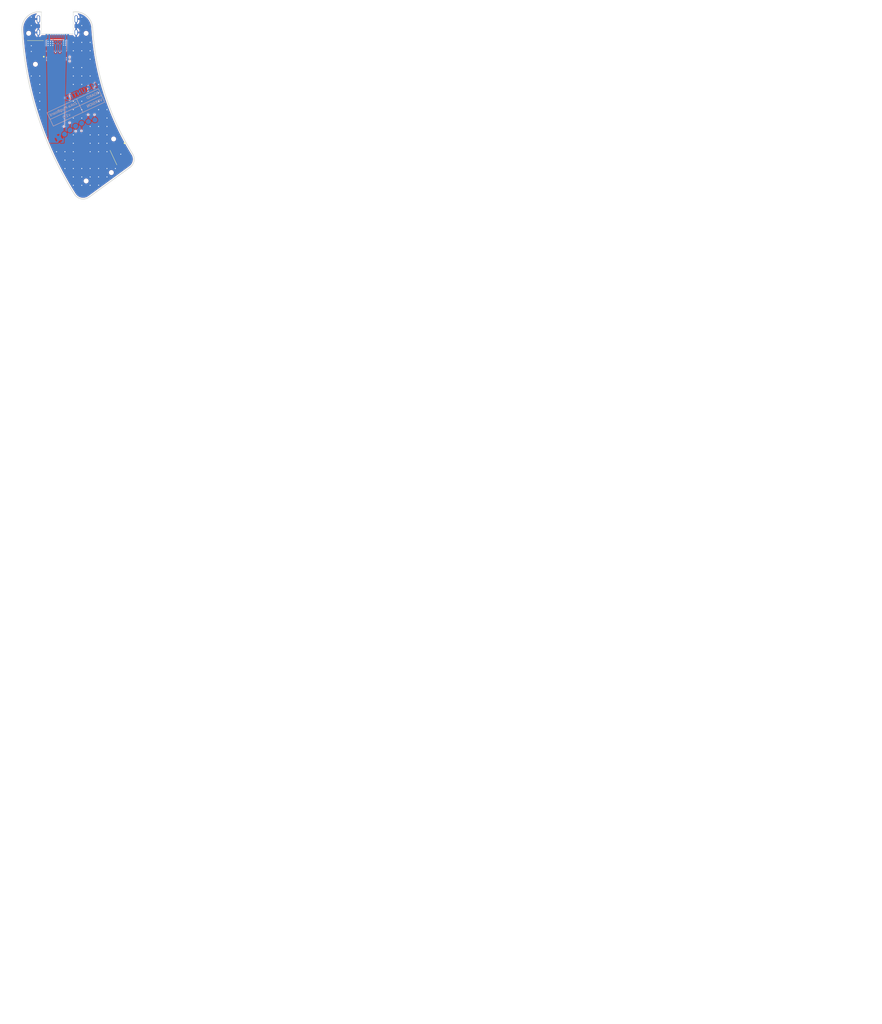
<source format=kicad_pcb>
(kicad_pcb (version 20221018) (generator pcbnew)
  (layers (0 "F.Cu" signal) (1 "In1.Cu" power) (2 "In2.Cu" power) (31 "B.Cu" signal) (34 "B.Paste" user) (35 "F.Paste" user) (36 "B.SilkS" user "B.Silkscreen") (37 "F.SilkS" user "F.Silkscreen") (38 "B.Mask" user) (39 "F.Mask" user) (44 "Edge.Cuts" user))
  (property "Author" "Julien CARAYON")
  (property "Company" "Mounted")
  (property "Date" "11/2023")
  (property "PCB name" "Zoka-PlugBoard")
  (property "Version" "v1.0")
  (net 0 "")
  (net 1 "Net-(J101-Pad1)")
  (net 3 "/CC1")
  (net 4 "/BUTTON2_HMI_BOARD")
  (net 5 "/BUTTON1_HMI_BOARD")
  (net 6 "/ENCODER_S1_HMI_BOARD")
  (net 8 "/ENCODER_B_HMI_BOARD")
  (net 9 "/ENCODER_A_HMI_BOARD")
  (net 10 "/ENCODER_S2_HMI_BOARD")
  (net 11 "VBUS")
  (net 13 "GND")
  (net 15 "/CC2")
  (footprint ".mounted-lib:MountingHole_1.2mm_M1" (layer "F.Cu") (at 151.859069 37.365176)
    (fp_text reference "H103" hide)
    (fp_text value "H_MOUNTING_HOLE_M1")
    (pad "" np_thru_hole circle (at 0 0) (size 1.2 1.2) (drill 1.2) (layers "F&B.Cu" "*.Mask"))
  )
  (footprint ".mounted-lib:MountingHole_1.2mm_M1" (layer "F.Cu") (at 174.443827 69.56587 56.6)
    (fp_text reference "H104" hide)
    (fp_text value "H_MOUNTING_HOLE_M1")
    (pad "" np_thru_hole circle (at 0 0 56.6) (size 1.2 1.2) (drill 1.2) (layers "F&B.Cu" "*.Mask"))
  )
  (footprint ".mounted-lib:MountingHole_1.2mm_M1" (layer "F.Cu") (at 166.9408 28.16587 33.1)
    (fp_text reference "H105" hide)
    (fp_text value "H_MOUNTING_HOLE_M1")
    (pad "" np_thru_hole circle (at 0 0 33.1) (size 1.2 1.2) (drill 1.2) (layers "F&B.Cu" "*.Mask"))
  )
  (footprint ".mounted-lib:MountingHole_1.2mm_M1" (layer "F.Cu") (at 175.128718 59.575688 56.6)
    (fp_text reference "H101" hide)
    (fp_text value "H_MOUNTING_HOLE_M1")
    (pad "" np_thru_hole circle (at 0 0 56.6) (size 1.2 1.2) (drill 1.2) (layers "F&B.Cu" "*.Mask"))
  )
  (footprint ".mounted-lib:J_788641001" (layer "F.Cu") (at 177.24181 64.107227 -65)
    (fp_text reference "J101" hide)
    (fp_text value "J_0788641001" hide)
    (fp_line (start -2.4 2.4) (end 2.4 2.4) (stroke (width 0.12)) (layer "F.SilkS"))
    (fp_circle (center -2.5 -2.4) (end -2.3 -2.4) (stroke (width 0.1)) (fill solid) (layer "F.SilkS"))
    (pad "1" smd roundrect locked (at -2.1 -1.6 25) (size 0.7 0.8) (layers "F.Cu" "F.Paste" "F.Mask") (roundrect_rratio 0.1) (net 1 "Net-(J101-Pad1)"))
    (pad "2" smd roundrect locked (at -2.1 0 25) (size 0.7 0.8) (layers "F.Cu" "F.Paste" "F.Mask") (roundrect_rratio 0.1))
    (pad "3" smd roundrect locked (at -2.1 1.6 25) (size 0.7 0.8) (layers "F.Cu" "F.Paste" "F.Mask") (roundrect_rratio 0.1) (net 13 "GND"))
    (pad "4" smd roundrect locked (at 2.1 1.6 25) (size 0.7 0.8) (layers "F.Cu" "F.Paste" "F.Mask") (roundrect_rratio 0.1) (net 4 "/BUTTON2_HMI_BOARD"))
    (pad "5" smd roundrect locked (at 2.1 0 25) (size 0.7 0.8) (layers "F.Cu" "F.Paste" "F.Mask") (roundrect_rratio 0.1) (net 5 "/BUTTON1_HMI_BOARD"))
    (pad "6" smd roundrect locked (at 2.1 -1.6 25) (size 0.7 0.8) (layers "F.Cu" "F.Paste" "F.Mask") (roundrect_rratio 0.1) (net 1 "Net-(J101-Pad1)"))
  )
  (footprint ".mounted-lib:MountingHole_1.2mm_M1" (layer "F.Cu") (at 149.859068 28.165177)
    (fp_text reference "H102" hide)
    (fp_text value "H_MOUNTING_HOLE_M1")
    (pad "" np_thru_hole circle (at 0 0) (size 1.2 1.2) (drill 1.2) (layers "F&B.Cu" "*.Mask"))
  )
  (footprint ".mounted-lib:J_788641001" (layer "F.Cu") (at 151.843774 32.721315 180)
    (fp_text reference "J102" hide)
    (fp_text value "J_0788641001" hide)
    (fp_line (start -2.4 2.4) (end 2.4 2.4) (stroke (width 0.12)) (layer "F.SilkS"))
    (fp_circle (center -2.5 -2.4) (end -2.3 -2.4) (stroke (width 0.1)) (fill solid) (layer "F.SilkS"))
    (pad "1" smd roundrect locked (at -2.1 -1.6 270) (size 0.7 0.8) (layers "F.Cu" "F.Paste" "F.Mask") (roundrect_rratio 0.1) (net 6 "/ENCODER_S1_HMI_BOARD"))
    (pad "2" smd roundrect locked (at -2.1 0 270) (size 0.7 0.8) (layers "F.Cu" "F.Paste" "F.Mask") (roundrect_rratio 0.1) (net 11 "VBUS"))
    (pad "3" smd roundrect locked (at -2.1 1.6 270) (size 0.7 0.8) (layers "F.Cu" "F.Paste" "F.Mask") (roundrect_rratio 0.1) (net 13 "GND"))
    (pad "4" smd roundrect locked (at 2.1 1.6 270) (size 0.7 0.8) (layers "F.Cu" "F.Paste" "F.Mask") (roundrect_rratio 0.1) (net 8 "/ENCODER_B_HMI_BOARD"))
    (pad "5" smd roundrect locked (at 2.1 0 270) (size 0.7 0.8) (layers "F.Cu" "F.Paste" "F.Mask") (roundrect_rratio 0.1) (net 9 "/ENCODER_A_HMI_BOARD"))
    (pad "6" smd roundrect locked (at 2.1 -1.6 270) (size 0.7 0.8) (layers "F.Cu" "F.Paste" "F.Mask") (roundrect_rratio 0.1) (net 10 "/ENCODER_S2_HMI_BOARD"))
  )
  (footprint ".mounted-lib:MountingHole_1.2mm_M1" (layer "F.Cu") (at 166.943827 72.06587 25)
    (fp_text reference "H108" hide)
    (fp_text value "H_MOUNTING_HOLE_M1")
    (pad "" np_thru_hole circle (at 0 0 25) (size 1.2 1.2) (drill 1.2) (layers "F&B.Cu" "*.Mask"))
  )
  (footprint ".mounted-lib:TESTPOINT_1.5MM" (layer "B.Cu") (at 163.797801 55.744854 180)
    (fp_text reference "TP105" hide)
    (fp_text value "TESTPOINT_1.5MM" hide)
    (pad "1" smd circle (at 0 0 180) (size 1.5 1.5) (layers "B.Cu" "B.Mask") (net 4 "/BUTTON2_HMI_BOARD"))
  )
  (footprint ".mounted-lib:R_0402_1005Metric" (layer "B.Cu") (at 157.843827 31.265177 -90)
    (fp_text reference "R101" hide)
    (fp_text value "R_0603_5.23k_1%_0.1W")
    (fp_line (start -0.153641 -0.38) (end 0.153641 -0.38) (stroke (width 0.12)) (layer "B.SilkS"))
    (fp_line (start -0.153641 0.38) (end 0.153641 0.38) (stroke (width 0.12)) (layer "B.SilkS"))
    (pad "1" smd roundrect (at -0.51 0 270) (size 0.54 0.64) (layers "B.Cu" "B.Paste" "B.Mask") (net 3 "/CC1"))
    (pad "2" smd roundrect (at 0.51 0 270) (size 0.54 0.64) (layers "B.Cu" "B.Paste" "B.Mask") (net 13 "GND"))
  )
  (footprint ".mounted-lib:TESTPOINT_1.5MM" (layer "B.Cu") (at 160.510664 58.160373 180)
    (fp_text reference "TP104" hide)
    (fp_text value "TESTPOINT_1.5MM" hide)
    (pad "1" smd circle (at 0 0 180) (size 1.5 1.5) (layers "B.Cu" "B.Mask") (net 10 "/ENCODER_S2_HMI_BOARD"))
  )
  (footprint ".mounted-lib:R_0402_1005Metric" (layer "B.Cu") (at 159.143827 31.265176 -90)
    (fp_text reference "R102" hide)
    (fp_text value "R_0603_5.23k_1%_0.1W")
    (fp_line (start -0.153641 -0.38) (end 0.153641 -0.38) (stroke (width 0.12)) (layer "B.SilkS"))
    (fp_line (start -0.153641 0.38) (end 0.153641 0.38) (stroke (width 0.12)) (layer "B.SilkS"))
    (pad "1" smd roundrect (at -0.51 0 270) (size 0.54 0.64) (layers "B.Cu" "B.Paste" "B.Mask") (net 15 "/CC2"))
    (pad "2" smd roundrect (at 0.51 0 270) (size 0.54 0.64) (layers "B.Cu" "B.Paste" "B.Mask") (net 13 "GND"))
  )
  (footprint ".mounted-lib:mounted_logo" (layer "B.Cu") (at 165.343827 45.56587 -155)
    (fp_text reference "LOGO101" hide)
    (fp_text value "mounted_logo" hide)
    (fp_poly (pts (xy 2.461178 0.60323) (xy 2.461178 0.450412) (xy 2.268144 0.450412) (xy 2.075111 0.450412) (xy 2.075111 -0.160861) (xy 2.075111 -0.772134) (xy 1.930336 -0.772134) (xy 1.785561 -0.772134) (xy 1.785561 -0.160861) (xy 1.785561 0.450412) (xy 1.592527 0.450412) (xy 1.399493 0.450412) (xy 1.399493 0.60323) (xy 1.399493 0.756048) (xy 1.930336 0.756048) (xy 2.461178 0.756048)) (fill solid) (layer "B.Cu"))
    (fp_poly (pts (xy 3.458518 0.60323) (xy 3.458518 0.450412) (xy 3.233312 0.450412) (xy 3.008106 0.450412) (xy 3.008106 0.297594) (xy 3.008106 0.144775) (xy 3.209183 0.144775) (xy 3.41026 0.144775) (xy 3.41026 -0.008043) (xy 3.41026 -0.160861) (xy 3.209183 -0.160861) (xy 3.008106 -0.160861) (xy 3.008106 -0.313679) (xy 3.008106 -0.466498) (xy 3.249398 -0.466498) (xy 3.49069 -0.466498) (xy 3.49069 -0.619316) (xy 3.49069 -0.772134) (xy 3.09658 -0.772134) (xy 2.70247 -0.772134) (xy 2.70247 -0.008043) (xy 2.70247 0.756048) (xy 3.080494 0.756048) (xy 3.458518 0.756048)) (fill solid) (layer "B.Cu"))
    (fp_poly (pts (xy 0.069432 0.783578) (xy 0.091155 0.768302) (xy 0.121973 0.740372) (xy 0.163804 0.697763) (xy 0.218566 0.638455) (xy 0.288177 0.560426) (xy 0.374555 0.461652) (xy 0.477147 0.342979) (xy 0.860608 -0.102263) (xy 0.864892 0.326893) (xy 0.869177 0.756048) (xy 1.021732 0.756048) (xy 1.174288 0.756048) (xy 1.174288 -0.024129) (xy 1.174288 -0.804306) (xy 1.137765 -0.804306) (xy 1.121758 -0.797956) (xy 1.095258 -0.777776) (xy 1.056601 -0.742077) (xy 1.004123 -0.689166) (xy 0.936159 -0.617352) (xy 0.851045 -0.524945) (xy 0.747119 -0.410252) (xy 0.715504 -0.375119) (xy 0.329766 0.054069) (xy 0.325473 -0.359032) (xy 0.32118 -0.772134) (xy 0.168633 -0.772134) (xy 0.016086 -0.772134) (xy 0.016086 0.008043) (xy 0.016086 0.78822) (xy 0.054886 0.78822)) (fill solid) (layer "B.Cu"))
    (fp_poly (pts (xy -3.603293 0) (xy -3.603293 -0.772134) (xy -3.756111 -0.772134) (xy -3.90893 -0.772134) (xy -3.90893 -0.347301) (xy -3.90893 0.077531) (xy -4.105985 -0.123488) (xy -4.30304 -0.324506) (xy -4.499444 -0.118016) (xy -4.695849 0.088474) (xy -4.696499 -0.34183) (xy -4.69715 -0.772134) (xy -4.849968 -0.772134) (xy -5.002786 -0.772134) (xy -5.002786 0) (xy -5.002786 0.772134) (xy -4.950507 0.771793) (xy -4.933336 0.769907) (xy -4.914804 0.762728) (xy -4.892141 0.747632) (xy -4.862578 0.721996) (xy -4.823345 0.683195) (xy -4.771674 0.628606) (xy -4.704795 0.555605) (xy -4.619939 0.461568) (xy -4.601979 0.441579) (xy -4.524249 0.355596) (xy -4.453376 0.278286) (xy -4.392209 0.212669) (xy -4.343594 0.161764) (xy -4.31038 0.128591) (xy -4.295415 0.116168) (xy -4.295048 0.116176) (xy -4.281878 0.128852) (xy -4.25012 0.162353) (xy -4.202656 0.213547) (xy -4.142373 0.279303) (xy -4.072154 0.356489) (xy -3.994885 0.441973) (xy -3.990905 0.44639) (xy -3.901889 0.54478) (xy -3.831362 0.621531) (xy -3.776631 0.679222) (xy -3.735001 0.720429) (xy -3.703779 0.747728) (xy -3.680271 0.763697) (xy -3.661783 0.770912) (xy -3.650369 0.772134) (xy -3.603293 0.772134)) (fill solid) (layer "B.Cu"))
    (fp_poly (pts (xy 4.04164 0.755769) (xy 4.192494 0.75303) (xy 4.317273 0.744566) (xy 4.421708 0.729478) (xy 4.511534 0.706866) (xy 4.592482 0.675831) (xy 4.613234 0.666049) (xy 4.719388 0.597173) (xy 4.813708 0.50264) (xy 4.892456 0.387932) (xy 4.951894 0.25853) (xy 4.988282 0.119915) (xy 4.989089 0.114982) (xy 4.99793 -0.029146) (xy 4.980197 -0.172284) (xy 4.93825 -0.30946) (xy 4.874446 -0.4357) (xy 4.791144 -0.546031) (xy 4.690703 -0.635478) (xy 4.610466 -0.68349) (xy 4.531199 -0.716583) (xy 4.443701 -0.741082) (xy 4.342372 -0.757856) (xy 4.221617 -0.767775) (xy 4.075839 -0.771708) (xy 4.04164 -0.771855) (xy 3.780241 -0.772134) (xy 3.780241 -0.008043) (xy 3.780241 0.454249) (xy 4.085877 0.454249) (xy 4.085877 -0.008043) (xy 4.085877 -0.470335) (xy 4.234674 -0.463351) (xy 4.322959 -0.456684) (xy 4.388171 -0.445182) (xy 4.439257 -0.427119) (xy 4.450108 -0.421772) (xy 4.540496 -0.357349) (xy 4.610487 -0.270545) (xy 4.657691 -0.165642) (xy 4.67972 -0.046918) (xy 4.681064 -0.008043) (xy 4.667753 0.117403) (xy 4.627399 0.226312) (xy 4.573903 0.304316) (xy 4.513781 0.364468) (xy 4.449184 0.40569) (xy 4.372108 0.431353) (xy 4.274549 0.44483) (xy 4.234674 0.447265) (xy 4.085877 0.454249) (xy 3.780241 0.454249) (xy 3.780241 0.756048)) (fill solid) (layer "B.Cu"))
    (fp_poly (pts (xy -1.125969 0.221184) (xy -1.125865 0.075344) (xy -1.125459 -0.04188) (xy -1.124553 -0.134042) (xy -1.122952 -0.204698) (xy -1.120459 -0.257403) (xy -1.116878 -0.295713) (xy -1.112011 -0.323183) (xy -1.105663 -0.343368) (xy -1.097637 -0.359823) (xy -1.093464 -0.366895) (xy -1.049302 -0.41449) (xy -0.985672 -0.453702) (xy -0.915239 -0.477812) (xy -0.876081 -0.482231) (xy -0.810624 -0.470536) (xy -0.743454 -0.439216) (xy -0.686529 -0.395227) (xy -0.655535 -0.353895) (xy -0.647736 -0.335466) (xy -0.641508 -0.312393) (xy -0.636678 -0.2811) (xy -0.633073 -0.238012) (xy -0.630522 -0.179552) (xy -0.628851 -0.102146) (xy -0.627887 -0.002217) (xy -0.627458 0.12381) (xy -0.627384 0.229227) (xy -0.627359 0.756048) (xy -0.473425 0.756048) (xy -0.319491 0.756048) (xy -0.325048 0.197055) (xy -0.326763 0.038599) (xy -0.32878 -0.091367) (xy -0.331595 -0.196523) (xy -0.335706 -0.280549) (xy -0.341608 -0.347126) (xy -0.349798 -0.399936) (xy -0.360773 -0.442658) (xy -0.375028 -0.478975) (xy -0.39306 -0.512565) (xy -0.415366 -0.547111) (xy -0.427861 -0.565293) (xy -0.502437 -0.646126) (xy -0.599157 -0.71008) (xy -0.711413 -0.754714) (xy -0.832598 -0.777588) (xy -0.956106 -0.77626) (xy -0.986876 -0.771807) (xy -1.104452 -0.737131) (xy -1.211287 -0.678164) (xy -1.301587 -0.599442) (xy -1.369559 -0.505496) (xy -1.393624 -0.453541) (xy -1.401408 -0.429917) (xy -1.407768 -0.401704) (xy -1.412892 -0.365371) (xy -1.41697 -0.31739) (xy -1.420189 -0.254232) (xy -1.422739 -0.172366) (xy -1.424807 -0.068265) (xy -1.426582 0.061602) (xy -1.427943 0.189012) (xy -1.433543 0.756048) (xy -1.279786 0.756048) (xy -1.126029 0.756048)) (fill solid) (layer "B.Cu"))
    (fp_poly (pts (xy -2.383549 0.742996) (xy -2.23438 0.692604) (xy -2.096077 0.616635) (xy -1.996133 0.537649) (xy -1.948468 0.489597) (xy -1.90023 0.434474) (xy -1.8566 0.379031) (xy -1.822755 0.330022) (xy -1.803878 0.294199) (xy -1.801647 0.284121) (xy -1.816957 0.280985) (xy -1.859785 0.278215) (xy -1.925478 0.275954) (xy -2.009383 0.274345) (xy -2.106846 0.273534) (xy -2.146183 0.273464) (xy -2.2495 0.273023) (xy -2.342843 0.271791) (xy -2.421087 0.269901) (xy -2.47911 0.267491) (xy -2.51179 0.264694) (xy -2.516164 0.2637) (xy -2.528264 0.253434) (xy -2.535938 0.229982) (xy -2.540071 0.18755) (xy -2.54155 0.120344) (xy -2.541609 0.097175) (xy -2.539741 0.017429) (xy -2.531937 -0.047393) (xy -2.514891 -0.100522) (xy -2.485298 -0.145189) (xy -2.439855 -0.184627) (xy -2.375257 -0.222066) (xy -2.2882 -0.260737) (xy -2.175379 -0.303873) (xy -2.105796 -0.329011) (xy -2.01614 -0.361399) (xy -1.934292 -0.391602) (xy -1.86625 -0.417356) (xy -1.818016 -0.436398) (xy -1.798352 -0.444962) (xy -1.771297 -0.460537) (xy -1.76284 -0.477961) (xy -1.769934 -0.508966) (xy -1.776664 -0.528422) (xy -1.807625 -0.604915) (xy -1.843083 -0.674759) (xy -1.879358 -0.732213) (xy -1.912769 -0.771536) (xy -1.939636 -0.786988) (xy -1.9424 -0.78695) (xy -1.964804 -0.781166) (xy -2.002012 -0.768992) (xy -2.002723 -0.768743) (xy -2.048819 -0.751996) (xy -2.116575 -0.726612) (xy -2.202066 -0.694123) (xy -2.301366 -0.65606) (xy -2.410549 -0.613954) (xy -2.525689 -0.569338) (xy -2.642859 -0.523741) (xy -2.758135 -0.478697) (xy -2.86759 -0.435735) (xy -2.967298 -0.396388) (xy -3.053334 -0.362187) (xy -3.12177 -0.334664) (xy -3.168682 -0.31535) (xy -3.190143 -0.305775) (xy -3.190973 -0.305231) (xy -3.205472 -0.277917) (xy -3.221051 -0.226338) (xy -3.236241 -0.158302) (xy -3.249569 -0.081615) (xy -3.259565 -0.004084) (xy -3.264758 0.066485) (xy -3.265168 0.088474) (xy -3.254587 0.237002) (xy -3.221905 0.364848) (xy -3.165471 0.476166) (xy -3.083631 0.575111) (xy -3.06434 0.593532) (xy -2.960042 0.670903) (xy -2.838487 0.7253) (xy -2.695454 0.758594) (xy -2.690377 0.759346) (xy -2.537557 0.765885)) (fill solid) (layer "B.Cu"))
  )
  (footprint ".mounted-lib:TESTPOINT_1.5MM" (layer "B.Cu") (at 158.867096 59.368133 -155)
    (fp_text reference "TP108" hide)
    (fp_text value "TESTPOINT_1.5MM" hide)
    (pad "1" smd circle (at 0 0 205) (size 1.5 1.5) (layers "B.Cu" "B.Mask") (net 11 "VBUS"))
  )
  (footprint ".mounted-lib:TESTPOINT_1.5MM" (layer "B.Cu") (at 162.154233 56.952613 180)
    (fp_text reference "TP103" hide)
    (fp_text value "TESTPOINT_1.5MM" hide)
    (pad "1" smd circle (at 0 0 180) (size 1.5 1.5) (layers "B.Cu" "B.Mask") (net 6 "/ENCODER_S1_HMI_BOARD"))
  )
  (footprint ".mounted-lib:TESTPOINT_1.5MM" (layer "B.Cu") (at 165.610416 54.899617 180)
    (fp_text reference "TP106" hide)
    (fp_text value "TESTPOINT_1.5MM" hide)
    (pad "1" smd circle (at 0 0 180) (size 1.5 1.5) (layers "B.Cu" "B.Mask") (net 5 "/BUTTON1_HMI_BOARD"))
  )
  (footprint ".mounted-lib:Cartouche_IO" (layer "B.Cu") (at 165.043827 49.66587 -155)
    (fp_text reference "CART101" hide)
    (fp_text value "Cartouche_IO" hide)
    (fp_text user "${PCB name}" (at 4.85 1.1 -335 unlocked) (layer "B.SilkS") (effects (font (size 0.8 0.8)) (justify mirror)))
    (fp_text user "VERSION" (at -6.8 -1.2 25) (layer "B.SilkS") (effects (font (size 0.8 0.8)) (justify left mirror)))
    (fp_text user "BOARD" (at -6.8 1.1 25) (layer "B.SilkS") (effects (font (size 0.8 0.8)) (justify left mirror)))
    (fp_text user "${Version}" (at 4.85 -1.2 -335 unlocked) (layer "B.SilkS") (effects (font (size 0.8 0.8)) (justify mirror)))
    (fp_line (start -7.15 -2.2) (end -7.15 2.2) (stroke (width 0.12)) (layer "B.SilkS"))
    (fp_line (start 0 -2.2) (end 0 2.2) (stroke (width 0.12)) (layer "B.SilkS"))
    (fp_line (start 9.7 -2.2) (end -7.15 -2.2) (stroke (width 0.12)) (layer "B.SilkS"))
    (fp_line (start 9.7 -2.2) (end 9.7 2.2) (stroke (width 0.12)) (layer "B.SilkS"))
    (fp_line (start 9.7 0) (end -7.15 0) (stroke (width 0.12)) (layer "B.SilkS"))
    (fp_line (start 9.7 2.2) (end -7.15 2.2) (stroke (width 0.12)) (layer "B.SilkS"))
  )
  (footprint ".mounted-lib:TESTPOINT_1.5MM" (layer "B.Cu") (at 169.573742 53.934191 180)
    (fp_text reference "TP102" hide)
    (fp_text value "TESTPOINT_1.5MM" hide)
    (pad "1" smd circle (at 0 0 180) (size 1.5 1.5) (layers "B.Cu" "B.Mask") (net 8 "/ENCODER_B_HMI_BOARD"))
  )
  (footprint ".mounted-lib:TESTPOINT_1.5MM" (layer "B.Cu") (at 167.592079 54.416903 180)
    (fp_text reference "TP101" hide)
    (fp_text value "TESTPOINT_1.5MM" hide)
    (pad "1" smd circle (at 0 0 180) (size 1.5 1.5) (layers "B.Cu" "B.Mask") (net 9 "/ENCODER_A_HMI_BOARD"))
  )
  (footprint ".mounted-lib:TESTPOINT_1.5MM" (layer "B.Cu") (at 171.555405 53.451477 180)
    (fp_text reference "TP107" hide)
    (fp_text value "TESTPOINT_1.5MM" hide)
    (pad "1" smd circle (at 0 0 180) (size 1.5 1.5) (layers "B.Cu" "B.Mask") (net 13 "GND"))
  )
  (footprint ".mounted-lib:J_TYPE-C-31-M-13" (layer "B.Cu") (at 158.368112 21.821511)
    (fp_text reference "J103" hide)
    (fp_text value "J_TYPE-C-31-M-13" hide)
    (fp_line (start -4.75 0) (end -4.75 6.5) (stroke (width 0.1)) (layer "Edge.Cuts"))
    (fp_line (start -4.75 6.5) (end 4.75 6.5) (stroke (width 0.1)) (layer "Edge.Cuts"))
    (fp_line (start 4.75 6.5) (end 4.75 0) (stroke (width 0.1)) (layer "Edge.Cuts"))
    (pad "A1" smd rect (at -3.35 7.17) (size 0.3 1.15) (layers "B.Cu" "B.Paste" "B.Mask") (net 13 "GND"))
    (pad "A4" smd rect (at -2.55 7.17) (size 0.3 1.15) (layers "B.Cu" "B.Paste" "B.Mask") (net 11 "VBUS"))
    (pad "A5" smd rect (at -1.25 7.17) (size 0.3 1.15) (layers "B.Cu" "B.Paste" "B.Mask") (net 3 "/CC1"))
    (pad "A6" smd rect (at -0.25 7.17) (size 0.3 1.15) (layers "B.Cu" "B.Paste" "B.Mask"))
    (pad "A7" smd rect (at 0.25 7.17) (size 0.3 1.15) (layers "B.Cu" "B.Paste" "B.Mask"))
    (pad "A8" smd rect (at 1.25 7.17) (size 0.3 1.15) (layers "B.Cu" "B.Paste" "B.Mask"))
    (pad "A9" smd rect (at 2.55 7.17) (size 0.3 1.15) (layers "B.Cu" "B.Paste" "B.Mask") (net 11 "VBUS"))
    (pad "A12" smd rect (at 3.35 7.17) (size 0.3 1.15) (layers "B.Cu" "B.Paste" "B.Mask") (net 13 "GND"))
    (pad "B1" smd rect (at 3.05 7.17) (size 0.3 1.15) (layers "B.Cu" "B.Paste" "B.Mask") (net 13 "GND"))
    (pad "B4" smd rect (at 2.25 7.17) (size 0.3 1.15) (layers "B.Cu" "B.Paste" "B.Mask") (net 11 "VBUS"))
    (pad "B5" smd rect (at 1.75 7.17) (size 0.3 1.15) (layers "B.Cu" "B.Paste" "B.Mask") (net 15 "/CC2"))
    (pad "B6" smd rect (at 0.75 7.17) (size 0.3 1.15) (layers "B.Cu" "B.Paste" "B.Mask"))
    (pad "B7" smd rect (at -0.75 7.17) (size 0.3 1.15) (layers "B.Cu" "B.Paste" "B.Mask"))
    (pad "B8" smd rect (at -1.75 7.17) (size 0.3 1.15) (layers "B.Cu" "B.Paste" "B.Mask"))
    (pad "B9" smd rect (at -2.25 7.17) (size 0.3 1.15) (layers "B.Cu" "B.Paste" "B.Mask") (net 11 "VBUS"))
    (pad "B12" smd rect (at -3.05 7.17) (size 0.3 1.15) (layers "B.Cu" "B.Paste" "B.Mask") (net 13 "GND"))
    (pad "GND" thru_hole oval (at -5.62 2.1) (size 1 2.2) (drill oval 0.6 1.8) (layers "*.Cu" "*.Mask") (net 13 "GND"))
    (pad "GND" thru_hole oval (at -5.62 6.1) (size 1 1.8) (drill oval 0.6 1.4) (layers "*.Cu" "*.Mask") (net 13 "GND"))
    (pad "GND" thru_hole oval (at 5.62 2.1) (size 1 2.2) (drill oval 0.6 1.8) (layers "*.Cu" "*.Mask") (net 13 "GND"))
    (pad "GND" thru_hole oval (at 5.62 6.1) (size 1 1.8) (drill oval 0.6 1.4) (layers "*.Cu" "*.Mask") (net 13 "GND"))
  )
  (gr_arc locked (start 167.810912 76.86676) (mid 165.575296 77.40572) (end 163.614002 76.204979) (stroke (width 0.2)) (layer "Edge.Cuts"))
  (gr_arc locked (start 180.785492 64.064629) (mid 181.164554 66.203317) (end 179.96487 68.013957) (stroke (width 0.2)) (layer "Edge.Cuts"))
  (gr_arc locked (start 180.785492 64.064629) (mid 172.482914 46.037171) (end 168.863929 26.522433) (stroke (width 0.2)) (layer "Edge.Cuts"))
  (gr_arc locked (start 163.111847 21.824087) (mid 167.007 22.925583) (end 168.863929 26.522433) (stroke (width 0.2)) (layer "Edge.Cuts"))
  (gr_arc locked (start 163.614002 76.204979) (mid 152.555132 52.66659) (end 147.862771 27.086595) (stroke (width 0.2)) (layer "Edge.Cuts"))
  (gr_line locked (start 179.96487 68.013957) (end 167.810912 76.86676) (stroke (width 0.2)) (layer "Edge.Cuts"))
  (gr_arc locked (start 147.862771 27.086595) (mid 149.509845 23.114388) (end 153.611843 21.824084) (stroke (width 0.2)) (layer "Edge.Cuts"))
  (segment (start 177.804404 61.527791) (end 177.804404 63.526447) (width 0.1) (layer "F.Cu") (net 1))
  (segment (start 178.943827 64.16587) (end 179.579401 64.801444) (width 0.1) (layer "F.Cu") (net 1))
  (segment (start 179.579401 64.801444) (end 179.579401 65.334284) (width 0.1) (layer "F.Cu") (net 1))
  (segment (start 177.804404 63.526447) (end 178.443827 64.16587) (width 0.1) (layer "F.Cu") (net 1))
  (segment (start 178.443827 64.16587) (end 178.943827 64.16587) (width 0.1) (layer "F.Cu") (net 1))
  (segment (start 157.118112 28.991511) (end 157.118112 30.029462) (width 0.1) (layer "B.Cu") (net 3))
  (segment (start 157.118112 30.029462) (end 157.843827 30.755177) (width 0.1) (layer "B.Cu") (net 3))
  (segment (start 163.843827 57.26587) (end 163.843827 65.56587) (width 0.1) (layer "F.Cu") (net 4))
  (segment (start 163.843827 65.56587) (end 164.96462 66.686663) (width 0.1) (layer "F.Cu") (net 4))
  (segment (start 164.96462 66.686663) (end 176.679216 66.686663) (width 0.1) (layer "F.Cu") (net 4))
  (via (at 163.843827 57.26587) (size 0.45) (drill 0.3) (layers "F.Cu" "B.Cu") (net 4))
  (segment (start 163.797801 57.219844) (end 163.843827 57.26587) (width 0.1) (layer "B.Cu") (net 4))
  (segment (start 163.797801 55.744854) (end 163.797801 57.219844) (width 0.1) (layer "B.Cu") (net 4))
  (segment (start 165.543827 57.16587) (end 165.543827 64.96587) (width 0.1) (layer "F.Cu") (net 5))
  (segment (start 177.584705 65.46587) (end 178.129308 66.010473) (width 0.1) (layer "F.Cu") (net 5))
  (segment (start 166.043827 65.46587) (end 177.584705 65.46587) (width 0.1) (layer "F.Cu") (net 5))
  (segment (start 165.543827 64.96587) (end 166.043827 65.46587) (width 0.1) (layer "F.Cu") (net 5))
  (via (at 165.543827 57.16587) (size 0.45) (drill 0.3) (layers "F.Cu" "B.Cu") (net 5))
  (segment (start 165.610416 54.899617) (end 165.610416 57.099281) (width 0.1) (layer "B.Cu") (net 5))
  (segment (start 165.610416 57.099281) (end 165.543827 57.16587) (width 0.1) (layer "B.Cu") (net 5))
  (segment (start 161.143827 35.56587) (end 155.188329 35.56587) (width 0.1) (layer "F.Cu") (net 6))
  (segment (start 162.043827 54.76587) (end 162.043827 36.46587) (width 0.1) (layer "F.Cu") (net 6))
  (segment (start 161.543827 35.16587) (end 161.143827 35.56587) (width 0.1) (layer "F.Cu") (net 6))
  (segment (start 155.188329 35.56587) (end 153.943774 34.321315) (width 0.1) (layer "F.Cu") (net 6))
  (segment (start 162.043827 35.16587) (end 161.543827 35.16587) (width 0.1) (layer "F.Cu") (net 6))
  (via (at 162.043827 35.16587) (size 0.45) (drill 0.3) (layers "F.Cu" "B.Cu") (net 6))
  (via (at 162.043827 54.76587) (size 0.45) (drill 0.3) (layers "F.Cu" "B.Cu") (net 6))
  (via (at 162.043827 36.46587) (size 0.45) (drill 0.3) (layers "F.Cu" "B.Cu") (net 6))
  (segment (start 162.043827 36.46587) (end 162.043827 35.16587) (width 0.1) (layer "B.Cu") (net 6))
  (segment (start 162.154233 54.876276) (end 162.043827 54.76587) (width 0.1) (layer "B.Cu") (net 6))
  (segment (start 162.154233 56.952613) (end 162.154233 54.876276) (width 0.1) (layer "B.Cu") (net 6))
  (segment (start 152.659069 35.081112) (end 152.943827 35.36587) (width 0.1) (layer "F.Cu") (net 8))
  (segment (start 152.443827 31.46587) (end 152.659069 31.681112) (width 0.1) (layer "F.Cu") (net 8))
  (segment (start 152.943827 35.36587) (end 153.343827 35.76587) (width 0.1) (layer "F.Cu") (net 8))
  (segment (start 166.943827 36.56587) (end 169.443827 39.06587) (width 0.1) (layer "F.Cu") (net 8))
  (segment (start 166.143827 35.76587) (end 166.943827 36.56587) (width 0.1) (layer "F.Cu") (net 8))
  (segment (start 153.343827 35.76587) (end 160.843827 35.76587) (width 0.1) (layer "F.Cu") (net 8))
  (segment (start 149.743774 31.121315) (end 152.099272 31.121315) (width 0.1) (layer "F.Cu") (net 8))
  (segment (start 152.659069 31.681112) (end 152.659069 35.081112) (width 0.1) (layer "F.Cu") (net 8))
  (segment (start 169.443827 39.06587) (end 169.443827 52.36587) (width 0.1) (layer "F.Cu") (net 8))
  (segment (start 160.843827 35.76587) (end 166.143827 35.76587) (width 0.1) (layer "F.Cu") (net 8))
  (segment (start 152.099272 31.121315) (end 152.443827 31.46587) (width 0.1) (layer "F.Cu") (net 8))
  (via (at 169.443827 52.36587) (size 0.45) (drill 0.3) (layers "F.Cu" "B.Cu") (net 8))
  (segment (start 169.573742 52.495785) (end 169.573742 53.934191) (width 0.1) (layer "B.Cu") (net 8))
  (segment (start 169.443827 52.36587) (end 169.573742 52.495785) (width 0.1) (layer "B.Cu") (net 8))
  (segment (start 167.543827 37.56587) (end 165.943827 35.96587) (width 0.1) (layer "F.Cu") (net 9))
  (segment (start 152.199272 32.721315) (end 149.743774 32.721315) (width 0.1) (layer "F.Cu") (net 9))
  (segment (start 165.943827 35.96587) (end 153.260985 35.96587) (width 0.1) (layer "F.Cu") (net 9))
  (segment (start 152.443827 32.96587) (end 152.199272 32.721315) (width 0.1) (layer "F.Cu") (net 9))
  (segment (start 167.543827 52.36587) (end 167.543827 37.56587) (width 0.1) (layer "F.Cu") (net 9))
  (segment (start 152.443827 35.148712) (end 152.443827 32.96587) (width 0.1) (layer "F.Cu") (net 9))
  (segment (start 153.260985 35.96587) (end 152.443827 35.148712) (width 0.1) (layer "F.Cu") (net 9))
  (via (at 167.543827 52.36587) (size 0.45) (drill 0.3) (layers "F.Cu" "B.Cu") (net 9))
  (segment (start 167.592079 54.416903) (end 167.592079 52.414122) (width 0.1) (layer "B.Cu") (net 9))
  (segment (start 167.592079 52.414122) (end 167.543827 52.36587) (width 0.1) (layer "B.Cu") (net 9))
  (segment (start 160.443827 36.46587) (end 160.443827 55.76587) (width 0.1) (layer "F.Cu") (net 10))
  (segment (start 153.178142 36.16587) (end 160.143827 36.16587) (width 0.1) (layer "F.Cu") (net 10))
  (segment (start 160.443827 55.76587) (end 160.343827 55.86587) (width 0.1) (layer "F.Cu") (net 10))
  (segment (start 152.243827 35.231555) (end 153.178142 36.16587) (width 0.1) (layer "F.Cu") (net 10))
  (segment (start 149.743774 34.321315) (end 152.099272 34.321315) (width 0.1) (layer "F.Cu") (net 10))
  (segment (start 152.099272 34.321315) (end 152.243827 34.46587) (width 0.1) (layer "F.Cu") (net 10))
  (segment (start 160.143827 36.16587) (end 160.443827 36.46587) (width 0.1) (layer "F.Cu") (net 10))
  (segment (start 152.243827 34.46587) (end 152.243827 35.231555) (width 0.1) (layer "F.Cu") (net 10))
  (via (at 160.343827 55.86587) (size 0.45) (drill 0.3) (layers "F.Cu" "B.Cu") (net 10))
  (segment (start 160.343827 55.86587) (end 160.510664 56.032707) (width 0.1) (layer "B.Cu") (net 10))
  (segment (start 160.510664 56.032707) (end 160.510664 58.160373) (width 0.1) (layer "B.Cu") (net 10))
  (via (at 160.843827 30.46587) (size 0.45) (drill 0.3) (layers "F.Cu" "B.Cu") (net 11))
  (via (at 156.343827 31.76587) (size 0.45) (drill 0.3) (layers "F.Cu" "B.Cu") (net 11))
  (via (at 155.643827 31.16587) (size 0.45) (drill 0.3) (layers "F.Cu" "B.Cu") (net 11))
  (via (at 160.243827 30.46587) (size 0.45) (drill 0.3) (layers "F.Cu" "B.Cu") (net 11))
  (via (at 157.043827 30.56587) (size 0.45) (drill 0.3) (layers "F.Cu" "B.Cu") (net 11))
  (via (at 157.043827 31.76587) (size 0.45) (drill 0.3) (layers "F.Cu" "B.Cu") (net 11))
  (via (at 155.643827 31.76587) (size 0.45) (drill 0.3) (layers "F.Cu" "B.Cu") (net 11))
  (via (at 160.843827 31.06587) (size 0.45) (drill 0.3) (layers "F.Cu" "B.Cu") (net 11))
  (via (at 157.043827 31.16587) (size 0.45) (drill 0.3) (layers "F.Cu" "B.Cu") (net 11))
  (via (at 156.343827 31.16587) (size 0.45) (drill 0.3) (layers "F.Cu" "B.Cu") (net 11))
  (via (at 156.343827 30.56587) (size 0.45) (drill 0.3) (layers "F.Cu" "B.Cu") (net 11))
  (via (at 160.843827 31.66587) (size 0.45) (drill 0.3) (layers "F.Cu" "B.Cu") (net 11))
  (via (at 155.643827 30.56587) (size 0.45) (drill 0.3) (layers "F.Cu" "B.Cu") (net 11))
  (via (at 160.243827 31.06587) (size 0.45) (drill 0.3) (layers "F.Cu" "B.Cu") (net 11))
  (via (at 160.243827 31.66587) (size 0.45) (drill 0.3) (layers "F.Cu" "B.Cu") (net 11))
  (segment (start 158.867096 59.368133) (end 156.138263 56.6393) (width 0.5) (layer "B.Cu") (net 11))
  (segment (start 156.138263 56.6393) (end 156.138263 31.371434) (width 0.5) (layer "B.Cu") (net 11))
  (segment (start 156.138263 31.371434) (end 156.343827 31.16587) (width 0.5) (layer "B.Cu") (net 11))
  (via (at 163.143827 65.86587) (size 0.45) (drill 0.3) (layers "F.Cu" "B.Cu") (net 13))
  (via (at 173.143827 63.36587) (size 0.45) (drill 0.3) (layers "F.Cu" "B.Cu") (net 13))
  (via (at 173.143827 70.86587) (size 0.45) (drill 0.3) (layers "F.Cu" "B.Cu") (net 13))
  (via (at 163.143827 30.86587) (size 0.45) (drill 0.3) (layers "F.Cu" "B.Cu") (net 13))
  (via (at 165.643827 33.36587) (size 0.45) (drill 0.3) (layers "F.Cu" "B.Cu") (net 13))
  (via (at 168.143827 70.86587) (size 0.45) (drill 0.3) (layers "F.Cu" "B.Cu") (net 13))
  (via (at 168.143827 40.86587) (size 0.45) (drill 0.3) (layers "F.Cu" "B.Cu") (net 13))
  (via (at 163.143827 73.36587) (size 0.45) (drill 0.3) (layers "F.Cu" "B.Cu") (net 13))
  (via (at 170.657509 73.327116) (size 0.45) (drill 0.3) (layers "F.Cu" "B.Cu") (net 13))
  (via (at 168.143827 60.86587) (size 0.45) (drill 0.3) (layers "F.Cu" "B.Cu") (net 13))
  (via (at 168.143827 73.36587) (size 0.45) (drill 0.3) (layers "F.Cu" "B.Cu") (net 13))
  (via (at 165.643827 50.86587) (size 0.45) (drill 0.3) (layers "F.Cu" "B.Cu") (net 13))
  (via (at 170.643827 68.36587) (size 0.45) (drill 0.3) (layers "F.Cu" "B.Cu") (net 13))
  (via (at 163.143827 53.36587) (size 0.45) (drill 0.3) (layers "F.Cu" "B.Cu") (net 13))
  (via (at 163.143827 38.36587) (size 0.45) (drill 0.3) (layers "F.Cu" "B.Cu") (net 13))
  (via (at 173.143827 60.86587) (size 0.45) (drill 0.3) (layers "F.Cu" "B.Cu") (net 13))
  (via (at 165.643827 25.86587) (size 0.45) (drill 0.3) (layers "F.Cu" "B.Cu") (net 13))
  (via (at 160.643827 65.86587) (size 0.45) (drill 0.3) (layers "F.Cu" "B.Cu") (net 13))
  (via (at 153.143827 48.36587) (size 0.45) (drill 0.3) (layers "F.Cu" "B.Cu") (net 13))
  (via (at 170.643827 43.36587) (size 0.45) (drill 0.3) (layers "F.Cu" "B.Cu") (net 13))
  (via (at 170.643827 48.36587) (size 0.45) (drill 0.3) (layers "F.Cu" "B.Cu") (net 13))
  (via (at 160.643827 68.36587) (size 0.45) (drill 0.3) (layers "F.Cu" "B.Cu") (net 13))
  (via (at 165.643827 53.36587) (size 0.45) (drill 0.3) (layers "F.Cu" "B.Cu") (net 13))
  (via (at 165.643827 40.86587) (size 0.45) (drill 0.3) (layers "F.Cu" "B.Cu") (net 13))
  (via (at 170.643827 70.86587) (size 0.45) (drill 0.3) (layers "F.Cu" "B.Cu") (net 13))
  (via (at 165.643827 43.36587) (size 0.45) (drill 0.3) (layers "F.Cu" "B.Cu") (net 13))
  (via (at 163.143827 63.36587) (size 0.45) (drill 0.3) (layers "F.Cu" "B.Cu") (net 13))
  (via (at 150.643827 40.86587) (size 0.45) (drill 0.3) (layers "F.Cu" "B.Cu") (net 13))
  (via (at 173.143827 68.36587) (size 0.45) (drill 0.3) (layers "F.Cu" "B.Cu") (net 13))
  (via (at 173.143827 53.36587) (size 0.45) (drill 0.3) (layers "F.Cu" "B.Cu") (net 13))
  (via (at 168.143827 55.86587) (size 0.45) (drill 0.3) (layers "F.Cu" "B.Cu") (net 13))
  (via (at 157.843827 33.86587) (size 0.45) (drill 0.3) (layers "F.Cu" "B.Cu") (net 13))
  (via (at 160.643827 63.36587) (size 0.45) (drill 0.3) (layers "F.Cu" "B.Cu") (net 13))
  (via (at 153.143827 50.86587) (size 0.45) (drill 0.3) (layers "F.Cu" "B.Cu") (net 13))
  (via (at 168.143827 58.36587) (size 0.45) (drill 0.3) (layers "F.Cu" "B.Cu") (net 13))
  (via (at 165.643827 23.36587) (size 0.45) (drill 0.3) (layers "F.Cu" "B.Cu") (net 13))
  (via (at 173.143827 55.86587) (size 0.45) (drill 0.3) (layers "F.Cu" "B.Cu") (net 13))
  (via (at 173.143827 58.36587) (size 0.45) (drill 0.3) (layers "F.Cu" "B.Cu") (net 13))
  (via (at 170.643827 55.86587) (size 0.45) (drill 0.3) (layers "F.Cu" "B.Cu") (net 13))
  (via (at 163.143827 58.36587) (size 0.45) (drill 0.3) (layers "F.Cu" "B.Cu") (net 13))
  (via (at 153.143827 43.36587) (size 0.45) (drill 0.3) (layers "F.Cu" "B.Cu") (net 13))
  (via (at 165.643827 68.36587) (size 0.45) (drill 0.3) (layers "F.Cu" "B.Cu") (net 13))
  (via (at 170.643827 58.36587) (size 0.45) (drill 0.3) (layers "F.Cu" "B.Cu") (net 13))
  (via (at 170.643827 50.86587) (size 0.45) (drill 0.3) (layers "F.Cu" "B.Cu") (net 13))
  (via (at 163.143827 33.36587) (size 0.45) (drill 0.3) (layers "F.Cu" "B.Cu") (net 13))
  (via (at 163.143827 60.86587) (size 0.45) (drill 0.3) (layers "F.Cu" "B.Cu") (net 13))
  (via (at 165.643827 48.36587) (size 0.45) (drill 0.3) (layers "F.Cu" "B.Cu") (net 13))
  (via (at 150.643827 31.86587) (size 0.45) (drill 0.3) (layers "F.Cu" "B.Cu") (net 13))
  (via (at 163.143827 68.36587) (size 0.45) (drill 0.3) (layers "F.Cu" "B.Cu") (net 13))
  (via (at 177.24181 64.107227) (size 0.45) (drill 0.3) (layers "F.Cu" "B.Cu") (net 13))
  (via (at 153.143827 40.86587) (size 0.45) (drill 0.3) (layers "F.Cu" "B.Cu") (net 13))
  (via (at 153.143827 45.86587) (size 0.45) (drill 0.3) (layers "F.Cu" "B.Cu") (net 13))
  (via (at 168.143827 35.86587) (size 0.45) (drill 0.3) (layers "F.Cu" "B.Cu") (net 13))
  (via (at 163.143827 48.36587) (size 0.45) (drill 0.3) (layers "F.Cu" "B.Cu") (net 13))
  (via (at 170.643827 45.86587) (size 0.45) (drill 0.3) (layers "F.Cu" "B.Cu") (net 13))
  (via (at 168.143827 63.36587) (size 0.45) (drill 0.3) (layers "F.Cu" "B.Cu") (net 13))
  (via (at 163.143827 43.36587) (size 0.45) (drill 0.3) (layers "F.Cu" "B.Cu") (net 13))
  (via (at 165.643827 73.36587) (size 0.45) (drill 0.3) (layers "F.Cu" "B.Cu") (net 13))
  (via (at 165.643827 38.36587) (size 0.45) (drill 0.3) (layers "F.Cu" "B.Cu") (net 13))
  (via (at 175.643827 68.36587) (size 0.45) (drill 0.3) (layers "F.Cu" "B.Cu") (net 13))
  (via (at 150.643827 23.36587) (size 0.45) (drill 0.3) (layers "F.Cu" "B.Cu") (net 13))
  (via (at 159.143827 33.86587) (size 0.45) (drill 0.3) (layers "F.Cu" "B.Cu") (net 13))
  (via (at 168.143827 33.36587) (size 0.45) (drill 0.3) (layers "F.Cu" "B.Cu") (net 13))
  (via (at 168.143827 30.86587) (size 0.45) (drill 0.3) (layers "F.Cu" "B.Cu") (net 13))
  (via (at 173.143827 50.86587) (size 0.45) (drill 0.3) (layers "F.Cu" "B.Cu") (net 13))
  (via (at 150.643827 25.86587) (size 0.45) (drill 0.3) (layers "F.Cu" "B.Cu") (net 13))
  (via (at 163.143827 50.86587) (size 0.45) (drill 0.3) (layers "F.Cu" "B.Cu") (net 13))
  (via (at 170.643827 63.36587) (size 0.45) (drill 0.3) (layers "F.Cu" "B.Cu") (net 13))
  (via (at 163.143827 70.86587) (size 0.45) (drill 0.3) (layers "F.Cu" "B.Cu") (net 13))
  (via (at 158.143827 63.36587) (size 0.45) (drill 0.3) (layers "F.Cu" "B.Cu") (net 13))
  (via (at 150.643827 33.56587) (size 0.45) (drill 0.3) (layers "F.Cu" "B.Cu") (net 13))
  (via (at 168.143827 68.36587) (size 0.45) (drill 0.3) (layers "F.Cu" "B.Cu") (net 13))
  (via (at 170.643827 60.86587) (size 0.45) (drill 0.3) (layers "F.Cu" "B.Cu") (net 13))
  (via (at 163.143827 40.86587) (size 0.45) (drill 0.3) (layers "F.Cu" "B.Cu") (net 13))
  (via (at 165.643827 70.86587) (size 0.45) (drill 0.3) (layers "F.Cu" "B.Cu") (net 13))
  (via (at 165.643827 30.86587) (size 0.45) (drill 0.3) (layers "F.Cu" "B.Cu") (net 13))
  (segment (start 157.843827 31.775177) (end 157.843827 33.86587) (width 0.5) (layer "B.Cu") (net 13))
  (segment (start 159.143827 31.775176) (end 159.143827 33.86587) (width 0.5) (layer "B.Cu") (net 13))
  (segment (start 160.118112 28.991511) (end 160.118112 29.780891) (width 0.1) (layer "B.Cu") (net 15))
  (segment (start 160.118112 29.780891) (end 159.143827 30.755176) (width 0.1) (layer "B.Cu") (net 15))
  (zone (net 11) (net_name "VBUS") (layer "F.Cu") (name "VBUS") (priority 1) (connect_pads yes (clearance 0.2)) (min_thickness 0.25) (fill yes (thermal_gap 0.5) (thermal_bridge_width 0.5))
    (polygon (pts (xy 155.143827 32.06587) (xy 153.443827 32.06587) (xy 153.443827 33.36587) (xy 161.143827 33.363988) (xy 161.143827 30.16587) (xy 155.143827 30.16587)))
  )
  (zone (net 13) (net_name "GND") (layers "F&B.Cu") (name "GND") (connect_pads thru_hole_only (clearance 0.2)) (min_thickness 0.25) (fill yes (thermal_gap 0.5) (thermal_bridge_width 0.5) (smoothing fillet))
    (polygon (pts (xy 146.143827 18.36587) (xy 185.543827 18.26587) (xy 185.843827 80.16587) (xy 146.043827 80.16587)))
  )
  (zone (net 11) (net_name "VBUS") (layer "B.Cu") (name "VBUS") (priority 2) (connect_pads (clearance 0.2)) (min_thickness 0.25) (fill yes (thermal_gap 0.5) (thermal_bridge_width 0.5))
    (polygon (pts (xy 160.343827 60.76587) (xy 155.743827 60.76587) (xy 155.143827 30.16587) (xy 155.643827 28.46587) (xy 156.243827 28.46587) (xy 156.243827 30.26587) (xy 160.243827 30.26587) (xy 160.443827 28.36587) (xy 161.143827 28.36587)))
  )
)
</source>
